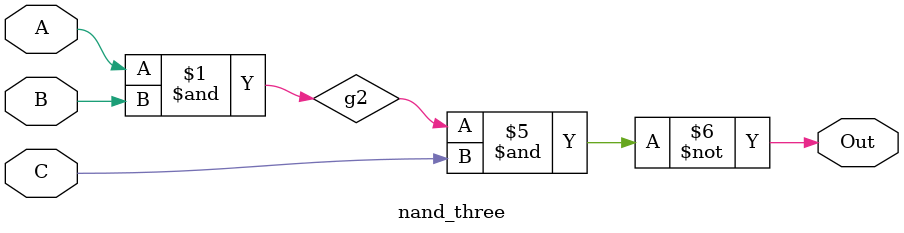
<source format=v>
`timescale 1ns/10ps
module nand_three(Out, A, B, C);
output Out;
input A, B, C;
wire g1, g2;
    nand z1(g1, A, B);
    nand z2(g2, g1, g1);
    nand z3(Out, g2, C);
endmodule
</source>
